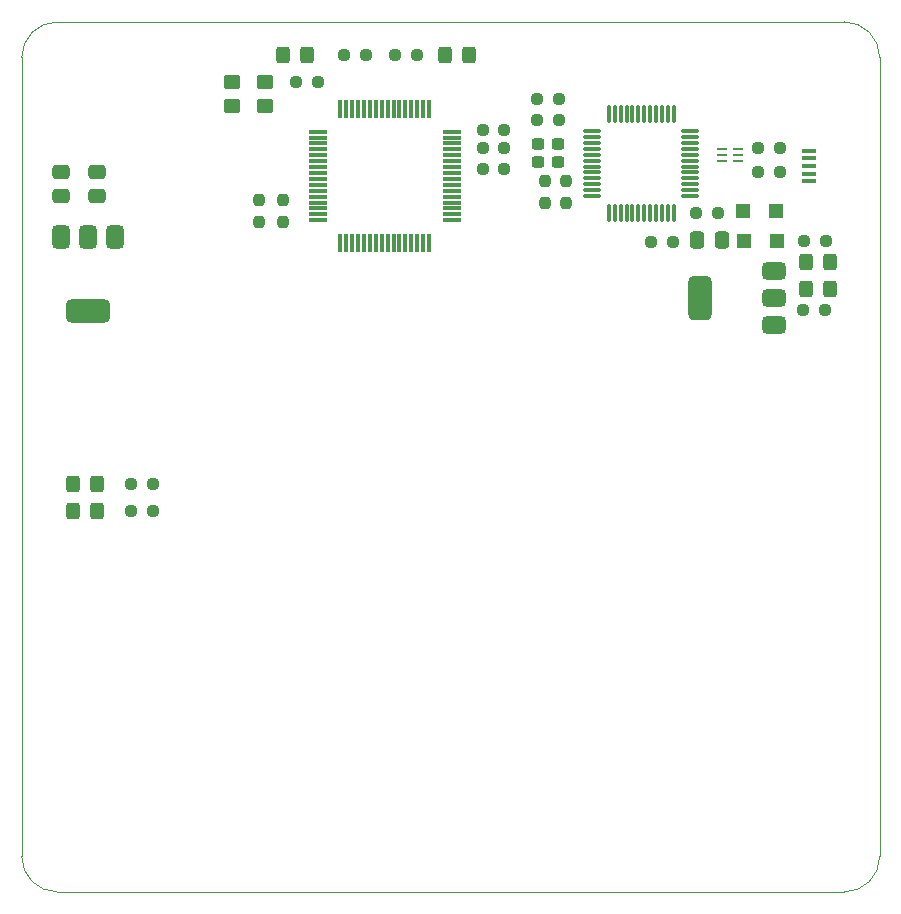
<source format=gbr>
%TF.GenerationSoftware,KiCad,Pcbnew,9.0.0*%
%TF.CreationDate,2025-03-09T14:03:34+01:00*%
%TF.ProjectId,Carte_moteur,43617274-655f-46d6-9f74-6575722e6b69,rev?*%
%TF.SameCoordinates,Original*%
%TF.FileFunction,Paste,Top*%
%TF.FilePolarity,Positive*%
%FSLAX46Y46*%
G04 Gerber Fmt 4.6, Leading zero omitted, Abs format (unit mm)*
G04 Created by KiCad (PCBNEW 9.0.0) date 2025-03-09 14:03:34*
%MOMM*%
%LPD*%
G01*
G04 APERTURE LIST*
G04 Aperture macros list*
%AMRoundRect*
0 Rectangle with rounded corners*
0 $1 Rounding radius*
0 $2 $3 $4 $5 $6 $7 $8 $9 X,Y pos of 4 corners*
0 Add a 4 corners polygon primitive as box body*
4,1,4,$2,$3,$4,$5,$6,$7,$8,$9,$2,$3,0*
0 Add four circle primitives for the rounded corners*
1,1,$1+$1,$2,$3*
1,1,$1+$1,$4,$5*
1,1,$1+$1,$6,$7*
1,1,$1+$1,$8,$9*
0 Add four rect primitives between the rounded corners*
20,1,$1+$1,$2,$3,$4,$5,0*
20,1,$1+$1,$4,$5,$6,$7,0*
20,1,$1+$1,$6,$7,$8,$9,0*
20,1,$1+$1,$8,$9,$2,$3,0*%
G04 Aperture macros list end*
%ADD10RoundRect,0.250000X-0.325000X-0.450000X0.325000X-0.450000X0.325000X0.450000X-0.325000X0.450000X0*%
%ADD11RoundRect,0.237500X0.237500X-0.250000X0.237500X0.250000X-0.237500X0.250000X-0.237500X-0.250000X0*%
%ADD12RoundRect,0.237500X0.300000X0.237500X-0.300000X0.237500X-0.300000X-0.237500X0.300000X-0.237500X0*%
%ADD13RoundRect,0.237500X0.250000X0.237500X-0.250000X0.237500X-0.250000X-0.237500X0.250000X-0.237500X0*%
%ADD14RoundRect,0.237500X-0.250000X-0.237500X0.250000X-0.237500X0.250000X0.237500X-0.250000X0.237500X0*%
%ADD15R,1.200000X1.200000*%
%ADD16RoundRect,0.250000X0.337500X0.475000X-0.337500X0.475000X-0.337500X-0.475000X0.337500X-0.475000X0*%
%ADD17RoundRect,0.237500X-0.237500X0.250000X-0.237500X-0.250000X0.237500X-0.250000X0.237500X0.250000X0*%
%ADD18RoundRect,0.250000X0.475000X-0.337500X0.475000X0.337500X-0.475000X0.337500X-0.475000X-0.337500X0*%
%ADD19RoundRect,0.375000X-0.375000X0.625000X-0.375000X-0.625000X0.375000X-0.625000X0.375000X0.625000X0*%
%ADD20RoundRect,0.500000X-1.400000X0.500000X-1.400000X-0.500000X1.400000X-0.500000X1.400000X0.500000X0*%
%ADD21R,1.300000X0.450000*%
%ADD22RoundRect,0.250000X0.450000X-0.350000X0.450000X0.350000X-0.450000X0.350000X-0.450000X-0.350000X0*%
%ADD23RoundRect,0.075000X-0.662500X-0.075000X0.662500X-0.075000X0.662500X0.075000X-0.662500X0.075000X0*%
%ADD24RoundRect,0.075000X-0.075000X-0.662500X0.075000X-0.662500X0.075000X0.662500X-0.075000X0.662500X0*%
%ADD25RoundRect,0.075000X-0.075000X0.700000X-0.075000X-0.700000X0.075000X-0.700000X0.075000X0.700000X0*%
%ADD26RoundRect,0.075000X-0.700000X0.075000X-0.700000X-0.075000X0.700000X-0.075000X0.700000X0.075000X0*%
%ADD27RoundRect,0.062500X-0.350000X-0.062500X0.350000X-0.062500X0.350000X0.062500X-0.350000X0.062500X0*%
%ADD28RoundRect,0.250000X0.325000X0.450000X-0.325000X0.450000X-0.325000X-0.450000X0.325000X-0.450000X0*%
%ADD29RoundRect,0.375000X0.625000X0.375000X-0.625000X0.375000X-0.625000X-0.375000X0.625000X-0.375000X0*%
%ADD30RoundRect,0.500000X0.500000X1.400000X-0.500000X1.400000X-0.500000X-1.400000X0.500000X-1.400000X0*%
%TA.AperFunction,Profile*%
%ADD31C,0.050000*%
%TD*%
G04 APERTURE END LIST*
D10*
%TO.C,D609*%
X80255000Y-134874000D03*
X82305000Y-134874000D03*
%TD*%
D11*
%TO.C,R515*%
X98096000Y-110386500D03*
X98096000Y-108561500D03*
%TD*%
D12*
%TO.C,C609*%
X121385500Y-103816000D03*
X119660500Y-103816000D03*
%TD*%
D13*
%TO.C,R601*%
X140104500Y-104140000D03*
X138279500Y-104140000D03*
%TD*%
%TO.C,R620*%
X87018500Y-132588000D03*
X85193500Y-132588000D03*
%TD*%
%TO.C,R618*%
X105052500Y-96266000D03*
X103227500Y-96266000D03*
%TD*%
D14*
%TO.C,R617*%
X107545500Y-96266000D03*
X109370500Y-96266000D03*
%TD*%
D15*
%TO.C,D602*%
X137030000Y-109474000D03*
X139830000Y-109474000D03*
%TD*%
D14*
%TO.C,R512*%
X99163500Y-98552000D03*
X100988500Y-98552000D03*
%TD*%
D10*
%TO.C,D608*%
X80255000Y-132596000D03*
X82305000Y-132596000D03*
%TD*%
D16*
%TO.C,C601*%
X135201500Y-111944000D03*
X133126500Y-111944000D03*
%TD*%
D14*
%TO.C,R610*%
X129262500Y-112071000D03*
X131087500Y-112071000D03*
%TD*%
D13*
%TO.C,R517*%
X116788500Y-104140000D03*
X114963500Y-104140000D03*
%TD*%
D17*
%TO.C,R607*%
X122047000Y-106967500D03*
X122047000Y-108792500D03*
%TD*%
D10*
%TO.C,D603*%
X142358000Y-116078000D03*
X144408000Y-116078000D03*
%TD*%
D18*
%TO.C,C105*%
X82296000Y-108225500D03*
X82296000Y-106150500D03*
%TD*%
D13*
%TO.C,R614*%
X121435500Y-100006000D03*
X119610500Y-100006000D03*
%TD*%
%TO.C,R516*%
X116788500Y-102616000D03*
X114963500Y-102616000D03*
%TD*%
D19*
%TO.C,U101*%
X83834000Y-111658000D03*
X81534000Y-111658000D03*
D20*
X81534000Y-117958000D03*
D19*
X79234000Y-111658000D03*
%TD*%
D10*
%TO.C,D606*%
X98035000Y-96266000D03*
X100085000Y-96266000D03*
%TD*%
D13*
%TO.C,R602*%
X140104500Y-106172000D03*
X138279500Y-106172000D03*
%TD*%
%TO.C,R616*%
X144041500Y-112014000D03*
X142216500Y-112014000D03*
%TD*%
D14*
%TO.C,R615*%
X142113000Y-117856000D03*
X143938000Y-117856000D03*
%TD*%
D21*
%TO.C,J602*%
X142633000Y-106969000D03*
X142633000Y-106319000D03*
X142633000Y-105669000D03*
X142633000Y-105019000D03*
X142633000Y-104369000D03*
%TD*%
D11*
%TO.C,R608*%
X120269000Y-108792500D03*
X120269000Y-106967500D03*
%TD*%
D13*
%TO.C,R513*%
X116788500Y-105918000D03*
X114963500Y-105918000D03*
%TD*%
D22*
%TO.C,R519*%
X96520000Y-100568000D03*
X96520000Y-98568000D03*
%TD*%
D23*
%TO.C,U603*%
X124234500Y-102717000D03*
X124234500Y-103217000D03*
X124234500Y-103717000D03*
X124234500Y-104217000D03*
X124234500Y-104717000D03*
X124234500Y-105217000D03*
X124234500Y-105717000D03*
X124234500Y-106217000D03*
X124234500Y-106717000D03*
X124234500Y-107217000D03*
X124234500Y-107717000D03*
X124234500Y-108217000D03*
D24*
X125647000Y-109629500D03*
X126147000Y-109629500D03*
X126647000Y-109629500D03*
X127147000Y-109629500D03*
X127647000Y-109629500D03*
X128147000Y-109629500D03*
X128647000Y-109629500D03*
X129147000Y-109629500D03*
X129647000Y-109629500D03*
X130147000Y-109629500D03*
X130647000Y-109629500D03*
X131147000Y-109629500D03*
D23*
X132559500Y-108217000D03*
X132559500Y-107717000D03*
X132559500Y-107217000D03*
X132559500Y-106717000D03*
X132559500Y-106217000D03*
X132559500Y-105717000D03*
X132559500Y-105217000D03*
X132559500Y-104717000D03*
X132559500Y-104217000D03*
X132559500Y-103717000D03*
X132559500Y-103217000D03*
X132559500Y-102717000D03*
D24*
X131147000Y-101304500D03*
X130647000Y-101304500D03*
X130147000Y-101304500D03*
X129647000Y-101304500D03*
X129147000Y-101304500D03*
X128647000Y-101304500D03*
X128147000Y-101304500D03*
X127647000Y-101304500D03*
X127147000Y-101304500D03*
X126647000Y-101304500D03*
X126147000Y-101304500D03*
X125647000Y-101304500D03*
%TD*%
D25*
%TO.C,U501*%
X110421998Y-100838000D03*
X109921999Y-100838000D03*
X109421999Y-100838000D03*
X108921999Y-100838000D03*
X108421999Y-100838000D03*
X107921998Y-100838000D03*
X107421999Y-100838000D03*
X106921999Y-100838000D03*
X106421999Y-100838000D03*
X105921999Y-100838000D03*
X105422000Y-100838000D03*
X104921999Y-100838000D03*
X104421999Y-100838000D03*
X103921999Y-100838000D03*
X103421999Y-100838000D03*
X102922000Y-100838000D03*
D26*
X100996999Y-102763001D03*
X100996999Y-103263000D03*
X100996999Y-103763000D03*
X100996999Y-104263000D03*
X100996999Y-104763000D03*
X100996999Y-105263001D03*
X100996999Y-105763000D03*
X100996999Y-106263000D03*
X100996999Y-106763000D03*
X100996999Y-107263000D03*
X100996999Y-107762999D03*
X100996999Y-108263000D03*
X100996999Y-108763000D03*
X100996999Y-109263000D03*
X100996999Y-109763000D03*
X100996999Y-110262999D03*
D25*
X102922000Y-112188000D03*
X103421999Y-112188000D03*
X103921999Y-112188000D03*
X104421999Y-112188000D03*
X104921999Y-112188000D03*
X105422000Y-112188000D03*
X105921999Y-112188000D03*
X106421999Y-112188000D03*
X106921999Y-112188000D03*
X107421999Y-112188000D03*
X107921998Y-112188000D03*
X108421999Y-112188000D03*
X108921999Y-112188000D03*
X109421999Y-112188000D03*
X109921999Y-112188000D03*
X110421998Y-112188000D03*
D26*
X112346999Y-110262999D03*
X112346999Y-109763000D03*
X112346999Y-109263000D03*
X112346999Y-108763000D03*
X112346999Y-108263000D03*
X112346999Y-107762999D03*
X112346999Y-107263000D03*
X112346999Y-106763000D03*
X112346999Y-106263000D03*
X112346999Y-105763000D03*
X112346999Y-105263001D03*
X112346999Y-104763000D03*
X112346999Y-104263000D03*
X112346999Y-103763000D03*
X112346999Y-103263000D03*
X112346999Y-102763001D03*
%TD*%
D27*
%TO.C,U601*%
X135202500Y-104205000D03*
X135202500Y-104705000D03*
X135202500Y-105205000D03*
X136577500Y-105205000D03*
X136577500Y-104705000D03*
X136577500Y-104205000D03*
%TD*%
D13*
%TO.C,R613*%
X121435500Y-101784000D03*
X119610500Y-101784000D03*
%TD*%
D11*
%TO.C,R514*%
X96064000Y-110386500D03*
X96064000Y-108561500D03*
%TD*%
D28*
%TO.C,D605*%
X113801000Y-96266000D03*
X111751000Y-96266000D03*
%TD*%
D15*
%TO.C,D601*%
X137082000Y-112014000D03*
X139882000Y-112014000D03*
%TD*%
D28*
%TO.C,D604*%
X144408000Y-113792000D03*
X142358000Y-113792000D03*
%TD*%
D13*
%TO.C,R621*%
X87018500Y-134874000D03*
X85193500Y-134874000D03*
%TD*%
D22*
%TO.C,R518*%
X93726000Y-100568000D03*
X93726000Y-98568000D03*
%TD*%
D13*
%TO.C,R611*%
X134897500Y-109658000D03*
X133072500Y-109658000D03*
%TD*%
D12*
%TO.C,C608*%
X121385500Y-105340000D03*
X119660500Y-105340000D03*
%TD*%
D29*
%TO.C,U602*%
X139675000Y-119126000D03*
X139675000Y-116826000D03*
D30*
X133375000Y-116826000D03*
D29*
X139675000Y-114526000D03*
%TD*%
D18*
%TO.C,C103*%
X79248000Y-108225500D03*
X79248000Y-106150500D03*
%TD*%
D31*
X148590000Y-164132000D02*
G75*
G02*
X145590000Y-167132000I-3000000J0D01*
G01*
X145590000Y-93472000D02*
G75*
G02*
X148590000Y-96472000I0J-3000000D01*
G01*
X78946000Y-167132000D02*
G75*
G02*
X75946000Y-164132000I0J3000000D01*
G01*
X75946000Y-96472000D02*
G75*
G02*
X78946000Y-93472000I3000000J0D01*
G01*
X145590000Y-167132000D02*
X78946000Y-167132000D01*
X148590000Y-96472000D02*
X148590000Y-164132000D01*
X78946000Y-93472000D02*
X145590000Y-93472000D01*
X75946000Y-164132000D02*
X75946000Y-96472000D01*
M02*

</source>
